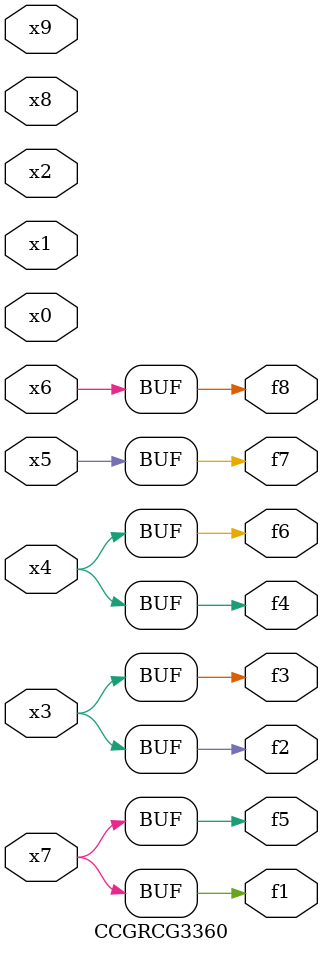
<source format=v>
module CCGRCG3360(
	input x0, x1, x2, x3, x4, x5, x6, x7, x8, x9,
	output f1, f2, f3, f4, f5, f6, f7, f8
);
	assign f1 = x7;
	assign f2 = x3;
	assign f3 = x3;
	assign f4 = x4;
	assign f5 = x7;
	assign f6 = x4;
	assign f7 = x5;
	assign f8 = x6;
endmodule

</source>
